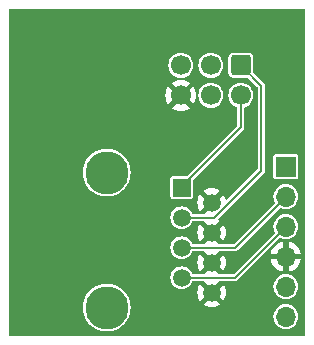
<source format=gbr>
%TF.GenerationSoftware,KiCad,Pcbnew,8.0.1*%
%TF.CreationDate,2024-05-12T19:39:20+02:00*%
%TF.ProjectId,lsx-1,6c73782d-312e-46b6-9963-61645f706362,1.0*%
%TF.SameCoordinates,Original*%
%TF.FileFunction,Copper,L1,Top*%
%TF.FilePolarity,Positive*%
%FSLAX46Y46*%
G04 Gerber Fmt 4.6, Leading zero omitted, Abs format (unit mm)*
G04 Created by KiCad (PCBNEW 8.0.1) date 2024-05-12 19:39:20*
%MOMM*%
%LPD*%
G01*
G04 APERTURE LIST*
G04 Aperture macros list*
%AMRoundRect*
0 Rectangle with rounded corners*
0 $1 Rounding radius*
0 $2 $3 $4 $5 $6 $7 $8 $9 X,Y pos of 4 corners*
0 Add a 4 corners polygon primitive as box body*
4,1,4,$2,$3,$4,$5,$6,$7,$8,$9,$2,$3,0*
0 Add four circle primitives for the rounded corners*
1,1,$1+$1,$2,$3*
1,1,$1+$1,$4,$5*
1,1,$1+$1,$6,$7*
1,1,$1+$1,$8,$9*
0 Add four rect primitives between the rounded corners*
20,1,$1+$1,$2,$3,$4,$5,0*
20,1,$1+$1,$4,$5,$6,$7,0*
20,1,$1+$1,$6,$7,$8,$9,0*
20,1,$1+$1,$8,$9,$2,$3,0*%
G04 Aperture macros list end*
%TA.AperFunction,WasherPad*%
%ADD10C,3.650000*%
%TD*%
%TA.AperFunction,ComponentPad*%
%ADD11R,1.500000X1.500000*%
%TD*%
%TA.AperFunction,ComponentPad*%
%ADD12C,1.500000*%
%TD*%
%TA.AperFunction,ComponentPad*%
%ADD13R,1.700000X1.700000*%
%TD*%
%TA.AperFunction,ComponentPad*%
%ADD14O,1.700000X1.700000*%
%TD*%
%TA.AperFunction,ComponentPad*%
%ADD15RoundRect,0.250000X-0.600000X0.600000X-0.600000X-0.600000X0.600000X-0.600000X0.600000X0.600000X0*%
%TD*%
%TA.AperFunction,ComponentPad*%
%ADD16C,1.700000*%
%TD*%
%TA.AperFunction,Conductor*%
%ADD17C,0.200000*%
%TD*%
G04 APERTURE END LIST*
D10*
%TO.P,J1,*%
%TO.N,*%
X84650000Y-62245000D03*
X84650000Y-73675000D03*
D11*
%TO.P,J1,1*%
%TO.N,+3.3V*%
X91000000Y-63515000D03*
D12*
%TO.P,J1,2*%
%TO.N,GND*%
X93540000Y-64785000D03*
%TO.P,J1,3*%
%TO.N,/UPDI*%
X91000000Y-66055000D03*
%TO.P,J1,4*%
%TO.N,GND*%
X93540000Y-67325001D03*
%TO.P,J1,5*%
%TO.N,/DIN*%
X91000000Y-68595000D03*
%TO.P,J1,6*%
%TO.N,GND*%
X93540000Y-69865000D03*
%TO.P,J1,7*%
%TO.N,/DOUT*%
X91000000Y-71135000D03*
%TO.P,J1,8*%
%TO.N,GND*%
X93540000Y-72405000D03*
%TD*%
D13*
%TO.P,J2,1,Pin_1*%
%TO.N,unconnected-(J2-Pin_1-Pad1)*%
X99825000Y-61740000D03*
D14*
%TO.P,J2,2,Pin_2*%
%TO.N,/DIN*%
X99825000Y-64280000D03*
%TO.P,J2,3,Pin_3*%
%TO.N,/DOUT*%
X99825000Y-66820000D03*
%TO.P,J2,4,Pin_4*%
%TO.N,GND*%
X99825000Y-69360000D03*
%TO.P,J2,5,Pin_5*%
%TO.N,unconnected-(J2-Pin_5-Pad5)*%
X99825000Y-71900000D03*
%TO.P,J2,6,Pin_6*%
%TO.N,unconnected-(J2-Pin_6-Pad6)*%
X99825000Y-74440000D03*
%TD*%
D15*
%TO.P,J3,1,Pin_1*%
%TO.N,/UPDI*%
X96012000Y-53162200D03*
D16*
%TO.P,J3,2,Pin_2*%
%TO.N,+3.3V*%
X96012000Y-55702200D03*
%TO.P,J3,3,Pin_3*%
%TO.N,unconnected-(J3-Pin_3-Pad3)*%
X93472000Y-53162200D03*
%TO.P,J3,4,Pin_4*%
%TO.N,unconnected-(J3-Pin_4-Pad4)*%
X93472000Y-55702200D03*
%TO.P,J3,5,Pin_5*%
%TO.N,unconnected-(J3-Pin_5-Pad5)*%
X90932000Y-53162200D03*
%TO.P,J3,6,Pin_6*%
%TO.N,GND*%
X90932000Y-55702200D03*
%TD*%
D17*
%TO.N,+3.3V*%
X96012000Y-58394600D02*
X96012000Y-55702200D01*
X91000000Y-63406600D02*
X96012000Y-58394600D01*
X91000000Y-63515000D02*
X91000000Y-63406600D01*
%TO.N,/UPDI*%
X91000000Y-66055000D02*
X93754925Y-66055000D01*
X97739200Y-62070725D02*
X97739200Y-54889400D01*
X93754925Y-66055000D02*
X97739200Y-62070725D01*
X97739200Y-54889400D02*
X96012000Y-53162200D01*
%TO.N,/DIN*%
X95510000Y-68595000D02*
X99825000Y-64280000D01*
X91000000Y-68595000D02*
X95510000Y-68595000D01*
%TO.N,/DOUT*%
X91000000Y-71135000D02*
X95510000Y-71135000D01*
X95510000Y-71135000D02*
X99825000Y-66820000D01*
%TD*%
%TA.AperFunction,Conductor*%
%TO.N,GND*%
G36*
X101420238Y-48430493D02*
G01*
X101445958Y-48475042D01*
X101447100Y-48488100D01*
X101447100Y-75971900D01*
X101429507Y-76020238D01*
X101384958Y-76045958D01*
X101371900Y-76047100D01*
X76428100Y-76047100D01*
X76379762Y-76029507D01*
X76354042Y-75984958D01*
X76352900Y-75971900D01*
X76352900Y-73675000D01*
X82619767Y-73675000D01*
X82638677Y-73951450D01*
X82638677Y-73951454D01*
X82638678Y-73951456D01*
X82638678Y-73951458D01*
X82695052Y-74222743D01*
X82695056Y-74222755D01*
X82787846Y-74483847D01*
X82915331Y-74729878D01*
X83075122Y-74956253D01*
X83075125Y-74956256D01*
X83264258Y-75158767D01*
X83264262Y-75158770D01*
X83479202Y-75333637D01*
X83479209Y-75333642D01*
X83715958Y-75477612D01*
X83715965Y-75477616D01*
X83970106Y-75588005D01*
X83970109Y-75588006D01*
X83970116Y-75588009D01*
X84236937Y-75662769D01*
X84511452Y-75700500D01*
X84511458Y-75700500D01*
X84788542Y-75700500D01*
X84788548Y-75700500D01*
X85063063Y-75662769D01*
X85329884Y-75588009D01*
X85584039Y-75477614D01*
X85820795Y-75333639D01*
X86035742Y-75158767D01*
X86224875Y-74956256D01*
X86384670Y-74729876D01*
X86512153Y-74483847D01*
X86527736Y-74440000D01*
X98769417Y-74440000D01*
X98789699Y-74645932D01*
X98849765Y-74843947D01*
X98849770Y-74843959D01*
X98909795Y-74956256D01*
X98947315Y-75026450D01*
X99078590Y-75186410D01*
X99238550Y-75317685D01*
X99421046Y-75415232D01*
X99421050Y-75415233D01*
X99421052Y-75415234D01*
X99494778Y-75437598D01*
X99619066Y-75475300D01*
X99825000Y-75495583D01*
X100030934Y-75475300D01*
X100228954Y-75415232D01*
X100411450Y-75317685D01*
X100571410Y-75186410D01*
X100702685Y-75026450D01*
X100800232Y-74843954D01*
X100860300Y-74645934D01*
X100880583Y-74440000D01*
X100860300Y-74234066D01*
X100800232Y-74036046D01*
X100702685Y-73853550D01*
X100571410Y-73693590D01*
X100411450Y-73562315D01*
X100411445Y-73562312D01*
X100228959Y-73464770D01*
X100228947Y-73464765D01*
X100030932Y-73404699D01*
X99825000Y-73384417D01*
X99619067Y-73404699D01*
X99421052Y-73464765D01*
X99421040Y-73464770D01*
X99238554Y-73562312D01*
X99238549Y-73562315D01*
X99078590Y-73693590D01*
X98947315Y-73853549D01*
X98947312Y-73853554D01*
X98849770Y-74036040D01*
X98849765Y-74036052D01*
X98789699Y-74234067D01*
X98769417Y-74440000D01*
X86527736Y-74440000D01*
X86604946Y-74222750D01*
X86661323Y-73951450D01*
X86680233Y-73675000D01*
X86661323Y-73398550D01*
X86604946Y-73127250D01*
X86536728Y-72935300D01*
X86512153Y-72866152D01*
X86384668Y-72620121D01*
X86224877Y-72393746D01*
X86035748Y-72191239D01*
X86035745Y-72191236D01*
X86035742Y-72191233D01*
X85958871Y-72128694D01*
X85820797Y-72016362D01*
X85820790Y-72016357D01*
X85584041Y-71872387D01*
X85584034Y-71872383D01*
X85329893Y-71761994D01*
X85329884Y-71761991D01*
X85063063Y-71687231D01*
X84788548Y-71649500D01*
X84511452Y-71649500D01*
X84276153Y-71681840D01*
X84236936Y-71687231D01*
X83970115Y-71761991D01*
X83970106Y-71761994D01*
X83715965Y-71872383D01*
X83715958Y-71872387D01*
X83479209Y-72016357D01*
X83479202Y-72016362D01*
X83264262Y-72191229D01*
X83264251Y-72191239D01*
X83075122Y-72393746D01*
X82915331Y-72620121D01*
X82787846Y-72866152D01*
X82695056Y-73127244D01*
X82695052Y-73127256D01*
X82638678Y-73398541D01*
X82638678Y-73398543D01*
X82638677Y-73398550D01*
X82619767Y-73675000D01*
X76352900Y-73675000D01*
X76352900Y-71135000D01*
X90044901Y-71135000D01*
X90063252Y-71321327D01*
X90117604Y-71500502D01*
X90205865Y-71665627D01*
X90324642Y-71810357D01*
X90469372Y-71929134D01*
X90469373Y-71929134D01*
X90469375Y-71929136D01*
X90575138Y-71985667D01*
X90632564Y-72016362D01*
X90634499Y-72017396D01*
X90813669Y-72071747D01*
X91000000Y-72090099D01*
X91186331Y-72071747D01*
X91365501Y-72017396D01*
X91530625Y-71929136D01*
X91675357Y-71810357D01*
X91794136Y-71665625D01*
X91882396Y-71500501D01*
X91885925Y-71488869D01*
X91916793Y-71447720D01*
X91957886Y-71435500D01*
X92862642Y-71435500D01*
X92910980Y-71453093D01*
X92915816Y-71457526D01*
X93427546Y-71969257D01*
X93366306Y-71985667D01*
X93263694Y-72044910D01*
X93179910Y-72128694D01*
X93120667Y-72231306D01*
X93104257Y-72292546D01*
X92540070Y-71728359D01*
X92490537Y-71799101D01*
X92401271Y-71990532D01*
X92401270Y-71990536D01*
X92346598Y-72194575D01*
X92328189Y-72405000D01*
X92346598Y-72615424D01*
X92401270Y-72819463D01*
X92401271Y-72819467D01*
X92490538Y-73010902D01*
X92490541Y-73010906D01*
X92540068Y-73081639D01*
X92540070Y-73081639D01*
X93104257Y-72517452D01*
X93120667Y-72578694D01*
X93179910Y-72681306D01*
X93263694Y-72765090D01*
X93366306Y-72824333D01*
X93427545Y-72840742D01*
X92863358Y-73404929D01*
X92863359Y-73404930D01*
X92934093Y-73454458D01*
X92934097Y-73454461D01*
X93125532Y-73543728D01*
X93125536Y-73543729D01*
X93329575Y-73598401D01*
X93540000Y-73616810D01*
X93750424Y-73598401D01*
X93954463Y-73543729D01*
X93954467Y-73543728D01*
X94145903Y-73454461D01*
X94145903Y-73454460D01*
X94216639Y-73404930D01*
X94216640Y-73404929D01*
X93652454Y-72840742D01*
X93713694Y-72824333D01*
X93816306Y-72765090D01*
X93900090Y-72681306D01*
X93959333Y-72578694D01*
X93975742Y-72517453D01*
X94539929Y-73081640D01*
X94539930Y-73081639D01*
X94589460Y-73010903D01*
X94589461Y-73010903D01*
X94678728Y-72819467D01*
X94678729Y-72819463D01*
X94733401Y-72615424D01*
X94751810Y-72405000D01*
X94733401Y-72194575D01*
X94678729Y-71990536D01*
X94678728Y-71990532D01*
X94636512Y-71900000D01*
X98769417Y-71900000D01*
X98789699Y-72105932D01*
X98849765Y-72303947D01*
X98849770Y-72303959D01*
X98947312Y-72486445D01*
X98947315Y-72486450D01*
X99078590Y-72646410D01*
X99238550Y-72777685D01*
X99238554Y-72777687D01*
X99404060Y-72866153D01*
X99421046Y-72875232D01*
X99421050Y-72875233D01*
X99421052Y-72875234D01*
X99494778Y-72897598D01*
X99619066Y-72935300D01*
X99825000Y-72955583D01*
X100030934Y-72935300D01*
X100228954Y-72875232D01*
X100411450Y-72777685D01*
X100571410Y-72646410D01*
X100702685Y-72486450D01*
X100800232Y-72303954D01*
X100860300Y-72105934D01*
X100880583Y-71900000D01*
X100860300Y-71694066D01*
X100801584Y-71500502D01*
X100800234Y-71496052D01*
X100800229Y-71496040D01*
X100702687Y-71313554D01*
X100702684Y-71313549D01*
X100571410Y-71153590D01*
X100411450Y-71022315D01*
X100411445Y-71022312D01*
X100228959Y-70924770D01*
X100228947Y-70924765D01*
X100030932Y-70864699D01*
X99825000Y-70844417D01*
X99619067Y-70864699D01*
X99421052Y-70924765D01*
X99421040Y-70924770D01*
X99238554Y-71022312D01*
X99238549Y-71022315D01*
X99078590Y-71153590D01*
X98947315Y-71313549D01*
X98947312Y-71313554D01*
X98849770Y-71496040D01*
X98849765Y-71496052D01*
X98789699Y-71694067D01*
X98769417Y-71900000D01*
X94636512Y-71900000D01*
X94589460Y-71799097D01*
X94539929Y-71728360D01*
X94539928Y-71728359D01*
X93975742Y-72292545D01*
X93959333Y-72231306D01*
X93900090Y-72128694D01*
X93816306Y-72044910D01*
X93713694Y-71985667D01*
X93652453Y-71969257D01*
X94164184Y-71457526D01*
X94210804Y-71435786D01*
X94217358Y-71435500D01*
X95549560Y-71435500D01*
X95549562Y-71435500D01*
X95625989Y-71415021D01*
X95694511Y-71375460D01*
X95750460Y-71319511D01*
X97481370Y-69588600D01*
X98532940Y-69588600D01*
X98591941Y-69808795D01*
X98591943Y-69808799D01*
X98688604Y-70016091D01*
X98819797Y-70203455D01*
X98819808Y-70203468D01*
X98981531Y-70365191D01*
X98981544Y-70365202D01*
X99168908Y-70496395D01*
X99376200Y-70593056D01*
X99376204Y-70593057D01*
X99596400Y-70652058D01*
X99596400Y-69805367D01*
X99632007Y-69825925D01*
X99759174Y-69860000D01*
X99890826Y-69860000D01*
X100017993Y-69825925D01*
X100053600Y-69805367D01*
X100053600Y-70652058D01*
X100273795Y-70593057D01*
X100273799Y-70593056D01*
X100481091Y-70496395D01*
X100668455Y-70365202D01*
X100668468Y-70365191D01*
X100830191Y-70203468D01*
X100830202Y-70203455D01*
X100961395Y-70016091D01*
X101058056Y-69808799D01*
X101058058Y-69808795D01*
X101117060Y-69588600D01*
X100270367Y-69588600D01*
X100290925Y-69552993D01*
X100325000Y-69425826D01*
X100325000Y-69294174D01*
X100290925Y-69167007D01*
X100270367Y-69131400D01*
X101117060Y-69131400D01*
X101058058Y-68911204D01*
X101058056Y-68911200D01*
X100961395Y-68703909D01*
X100830195Y-68516535D01*
X100668468Y-68354808D01*
X100668455Y-68354797D01*
X100481091Y-68223604D01*
X100273799Y-68126943D01*
X100273795Y-68126941D01*
X100053600Y-68067940D01*
X100053600Y-68914632D01*
X100017993Y-68894075D01*
X99890826Y-68860000D01*
X99759174Y-68860000D01*
X99632007Y-68894075D01*
X99596400Y-68914632D01*
X99596400Y-68067940D01*
X99376204Y-68126941D01*
X99376200Y-68126943D01*
X99168909Y-68223604D01*
X98981535Y-68354804D01*
X98819804Y-68516535D01*
X98688604Y-68703909D01*
X98591943Y-68911200D01*
X98591941Y-68911204D01*
X98532940Y-69131400D01*
X99379633Y-69131400D01*
X99359075Y-69167007D01*
X99325000Y-69294174D01*
X99325000Y-69425826D01*
X99359075Y-69552993D01*
X99379633Y-69588600D01*
X98532940Y-69588600D01*
X97481370Y-69588600D01*
X99286265Y-67783704D01*
X99332884Y-67761965D01*
X99374884Y-67770558D01*
X99421046Y-67795232D01*
X99421050Y-67795233D01*
X99421052Y-67795234D01*
X99494778Y-67817598D01*
X99619066Y-67855300D01*
X99825000Y-67875583D01*
X100030934Y-67855300D01*
X100228954Y-67795232D01*
X100411450Y-67697685D01*
X100571410Y-67566410D01*
X100702685Y-67406450D01*
X100800232Y-67223954D01*
X100860300Y-67025934D01*
X100880583Y-66820000D01*
X100860300Y-66614066D01*
X100801584Y-66420502D01*
X100800234Y-66416052D01*
X100800229Y-66416040D01*
X100702687Y-66233554D01*
X100702684Y-66233549D01*
X100695856Y-66225229D01*
X100571410Y-66073590D01*
X100411450Y-65942315D01*
X100411445Y-65942312D01*
X100228959Y-65844770D01*
X100228947Y-65844765D01*
X100030932Y-65784699D01*
X99825000Y-65764417D01*
X99619067Y-65784699D01*
X99421052Y-65844765D01*
X99421040Y-65844770D01*
X99238554Y-65942312D01*
X99238549Y-65942315D01*
X99078590Y-66073590D01*
X98947315Y-66233549D01*
X98947312Y-66233554D01*
X98849770Y-66416040D01*
X98849765Y-66416052D01*
X98789699Y-66614067D01*
X98769417Y-66820000D01*
X98789699Y-67025932D01*
X98849767Y-67223953D01*
X98874439Y-67270113D01*
X98881708Y-67321037D01*
X98861292Y-67358735D01*
X95407555Y-70812474D01*
X95360935Y-70834214D01*
X95354381Y-70834500D01*
X94217358Y-70834500D01*
X94169020Y-70816907D01*
X94164183Y-70812474D01*
X93652453Y-70300742D01*
X93713694Y-70284333D01*
X93816306Y-70225090D01*
X93900090Y-70141306D01*
X93959333Y-70038694D01*
X93975742Y-69977453D01*
X94539929Y-70541640D01*
X94539930Y-70541639D01*
X94589460Y-70470903D01*
X94589461Y-70470903D01*
X94678728Y-70279467D01*
X94678729Y-70279463D01*
X94733401Y-70075424D01*
X94751810Y-69865000D01*
X94733401Y-69654575D01*
X94678729Y-69450536D01*
X94678728Y-69450532D01*
X94589460Y-69259097D01*
X94539929Y-69188360D01*
X94539928Y-69188359D01*
X93975742Y-69752545D01*
X93959333Y-69691306D01*
X93900090Y-69588694D01*
X93816306Y-69504910D01*
X93713694Y-69445667D01*
X93652453Y-69429257D01*
X94164184Y-68917526D01*
X94210804Y-68895786D01*
X94217358Y-68895500D01*
X95549560Y-68895500D01*
X95549562Y-68895500D01*
X95625989Y-68875021D01*
X95694511Y-68835460D01*
X95750460Y-68779511D01*
X99286265Y-65243704D01*
X99332884Y-65221965D01*
X99374884Y-65230558D01*
X99421046Y-65255232D01*
X99421050Y-65255233D01*
X99421052Y-65255234D01*
X99494778Y-65277598D01*
X99619066Y-65315300D01*
X99825000Y-65335583D01*
X100030934Y-65315300D01*
X100228954Y-65255232D01*
X100411450Y-65157685D01*
X100571410Y-65026410D01*
X100702685Y-64866450D01*
X100800232Y-64683954D01*
X100860300Y-64485934D01*
X100880583Y-64280000D01*
X100860300Y-64074066D01*
X100800232Y-63876046D01*
X100702685Y-63693550D01*
X100571410Y-63533590D01*
X100411450Y-63402315D01*
X100411445Y-63402312D01*
X100228959Y-63304770D01*
X100228947Y-63304765D01*
X100030932Y-63244699D01*
X99825000Y-63224417D01*
X99619067Y-63244699D01*
X99421052Y-63304765D01*
X99421040Y-63304770D01*
X99238554Y-63402312D01*
X99238549Y-63402315D01*
X99078590Y-63533590D01*
X98947315Y-63693549D01*
X98947312Y-63693554D01*
X98849770Y-63876040D01*
X98849765Y-63876052D01*
X98789699Y-64074067D01*
X98769417Y-64280000D01*
X98789699Y-64485932D01*
X98849767Y-64683953D01*
X98874439Y-64730113D01*
X98881708Y-64781037D01*
X98861292Y-64818735D01*
X95407555Y-68272474D01*
X95360935Y-68294214D01*
X95354381Y-68294500D01*
X94217357Y-68294500D01*
X94169019Y-68276907D01*
X94164182Y-68272474D01*
X93652453Y-67760743D01*
X93713694Y-67744334D01*
X93816306Y-67685091D01*
X93900090Y-67601307D01*
X93959333Y-67498695D01*
X93975742Y-67437454D01*
X94539929Y-68001641D01*
X94539930Y-68001640D01*
X94589460Y-67930904D01*
X94589461Y-67930904D01*
X94678728Y-67739468D01*
X94678729Y-67739464D01*
X94733401Y-67535425D01*
X94751810Y-67325001D01*
X94733401Y-67114576D01*
X94678729Y-66910537D01*
X94678728Y-66910533D01*
X94589460Y-66719098D01*
X94539929Y-66648361D01*
X94539928Y-66648360D01*
X93975742Y-67212546D01*
X93959333Y-67151307D01*
X93900090Y-67048695D01*
X93816306Y-66964911D01*
X93713694Y-66905668D01*
X93652453Y-66889258D01*
X94216639Y-66325071D01*
X94216639Y-66325069D01*
X94145906Y-66275542D01*
X94145902Y-66275539D01*
X94116013Y-66261602D01*
X94079640Y-66225229D01*
X94075156Y-66173985D01*
X94094617Y-66140278D01*
X97625148Y-62609748D01*
X98774500Y-62609748D01*
X98786132Y-62668229D01*
X98786133Y-62668231D01*
X98830448Y-62734552D01*
X98896769Y-62778867D01*
X98926010Y-62784683D01*
X98955251Y-62790500D01*
X98955252Y-62790500D01*
X100694749Y-62790500D01*
X100714242Y-62786622D01*
X100753231Y-62778867D01*
X100819552Y-62734552D01*
X100863867Y-62668231D01*
X100875500Y-62609748D01*
X100875500Y-60870252D01*
X100863867Y-60811769D01*
X100819552Y-60745448D01*
X100753231Y-60701133D01*
X100753229Y-60701132D01*
X100694749Y-60689500D01*
X100694748Y-60689500D01*
X98955252Y-60689500D01*
X98955251Y-60689500D01*
X98896770Y-60701132D01*
X98896768Y-60701133D01*
X98830448Y-60745448D01*
X98786133Y-60811768D01*
X98786132Y-60811770D01*
X98774500Y-60870251D01*
X98774500Y-62609748D01*
X97625148Y-62609748D01*
X97979660Y-62255236D01*
X98019222Y-62186713D01*
X98039700Y-62110287D01*
X98039700Y-62031163D01*
X98039700Y-54849838D01*
X98032915Y-54824515D01*
X98019222Y-54773412D01*
X97992409Y-54726970D01*
X97979660Y-54704888D01*
X97084526Y-53809754D01*
X97062786Y-53763134D01*
X97062500Y-53756580D01*
X97062500Y-52507926D01*
X97060869Y-52490543D01*
X97059646Y-52477501D01*
X97014793Y-52349318D01*
X96934150Y-52240050D01*
X96824882Y-52159407D01*
X96824879Y-52159405D01*
X96727470Y-52125321D01*
X96696699Y-52114554D01*
X96696694Y-52114553D01*
X96696692Y-52114553D01*
X96666273Y-52111700D01*
X96666266Y-52111700D01*
X95357734Y-52111700D01*
X95357727Y-52111700D01*
X95327307Y-52114553D01*
X95327303Y-52114553D01*
X95327301Y-52114554D01*
X95327298Y-52114554D01*
X95327298Y-52114555D01*
X95199120Y-52159405D01*
X95199117Y-52159407D01*
X95089850Y-52240050D01*
X95009207Y-52349317D01*
X95009205Y-52349320D01*
X94964355Y-52477498D01*
X94964353Y-52477507D01*
X94961500Y-52507926D01*
X94961500Y-53816473D01*
X94964353Y-53846892D01*
X94964354Y-53846899D01*
X94964355Y-53846901D01*
X95009205Y-53975079D01*
X95009207Y-53975082D01*
X95089850Y-54084350D01*
X95161777Y-54137434D01*
X95199117Y-54164992D01*
X95199120Y-54164994D01*
X95229889Y-54175760D01*
X95327301Y-54209846D01*
X95341347Y-54211163D01*
X95357727Y-54212700D01*
X95357734Y-54212700D01*
X96606381Y-54212700D01*
X96654719Y-54230293D01*
X96659555Y-54234726D01*
X97416674Y-54991845D01*
X97438414Y-55038465D01*
X97438700Y-55045019D01*
X97438700Y-61915105D01*
X97421107Y-61963443D01*
X97416674Y-61968279D01*
X94841769Y-64543183D01*
X94795149Y-64564923D01*
X94745462Y-64551609D01*
X94715957Y-64509472D01*
X94678729Y-64370536D01*
X94678728Y-64370532D01*
X94589460Y-64179097D01*
X94539929Y-64108360D01*
X94539928Y-64108359D01*
X93975742Y-64672545D01*
X93959333Y-64611306D01*
X93900090Y-64508694D01*
X93816306Y-64424910D01*
X93713694Y-64365667D01*
X93652453Y-64349257D01*
X94216639Y-63785070D01*
X94216639Y-63785068D01*
X94145906Y-63735541D01*
X94145902Y-63735538D01*
X93954467Y-63646271D01*
X93954463Y-63646270D01*
X93750424Y-63591598D01*
X93540000Y-63573189D01*
X93329575Y-63591598D01*
X93125536Y-63646270D01*
X93125532Y-63646271D01*
X92934101Y-63735537D01*
X92863359Y-63785070D01*
X93427546Y-64349257D01*
X93366306Y-64365667D01*
X93263694Y-64424910D01*
X93179910Y-64508694D01*
X93120667Y-64611306D01*
X93104257Y-64672546D01*
X92540070Y-64108359D01*
X92490537Y-64179101D01*
X92401271Y-64370532D01*
X92401270Y-64370536D01*
X92346598Y-64574575D01*
X92328189Y-64785000D01*
X92346598Y-64995424D01*
X92401270Y-65199463D01*
X92401271Y-65199467D01*
X92490538Y-65390902D01*
X92490541Y-65390906D01*
X92540068Y-65461639D01*
X92540070Y-65461639D01*
X93104257Y-64897452D01*
X93120667Y-64958694D01*
X93179910Y-65061306D01*
X93263694Y-65145090D01*
X93366306Y-65204333D01*
X93427546Y-65220742D01*
X92915816Y-65732474D01*
X92869196Y-65754214D01*
X92862642Y-65754500D01*
X91957886Y-65754500D01*
X91909548Y-65736907D01*
X91885925Y-65701131D01*
X91884436Y-65696227D01*
X91882396Y-65689499D01*
X91794136Y-65524375D01*
X91742650Y-65461639D01*
X91675357Y-65379642D01*
X91530627Y-65260865D01*
X91365502Y-65172604D01*
X91316317Y-65157684D01*
X91186331Y-65118253D01*
X91186326Y-65118252D01*
X91186329Y-65118252D01*
X91000000Y-65099901D01*
X90813672Y-65118252D01*
X90634497Y-65172604D01*
X90469372Y-65260865D01*
X90324642Y-65379642D01*
X90205865Y-65524372D01*
X90117604Y-65689497D01*
X90063252Y-65868672D01*
X90044901Y-66055000D01*
X90063252Y-66241327D01*
X90117604Y-66420502D01*
X90205865Y-66585627D01*
X90324642Y-66730357D01*
X90469372Y-66849134D01*
X90469373Y-66849134D01*
X90469375Y-66849136D01*
X90634499Y-66937396D01*
X90813669Y-66991747D01*
X91000000Y-67010099D01*
X91186331Y-66991747D01*
X91365501Y-66937396D01*
X91530625Y-66849136D01*
X91675357Y-66730357D01*
X91794136Y-66585625D01*
X91882396Y-66420501D01*
X91885925Y-66408869D01*
X91916793Y-66367720D01*
X91957886Y-66355500D01*
X92862641Y-66355500D01*
X92910979Y-66373093D01*
X92915815Y-66377526D01*
X93427546Y-66889258D01*
X93366306Y-66905668D01*
X93263694Y-66964911D01*
X93179910Y-67048695D01*
X93120667Y-67151307D01*
X93104257Y-67212547D01*
X92540070Y-66648360D01*
X92490537Y-66719102D01*
X92401271Y-66910533D01*
X92401270Y-66910537D01*
X92346598Y-67114576D01*
X92328189Y-67325001D01*
X92346598Y-67535425D01*
X92401270Y-67739464D01*
X92401271Y-67739468D01*
X92490538Y-67930903D01*
X92490541Y-67930907D01*
X92540068Y-68001640D01*
X92540070Y-68001640D01*
X93104257Y-67437453D01*
X93120667Y-67498695D01*
X93179910Y-67601307D01*
X93263694Y-67685091D01*
X93366306Y-67744334D01*
X93427546Y-67760743D01*
X92915818Y-68272474D01*
X92869197Y-68294214D01*
X92862643Y-68294500D01*
X91957886Y-68294500D01*
X91909548Y-68276907D01*
X91885925Y-68241131D01*
X91884436Y-68236227D01*
X91882396Y-68229499D01*
X91794136Y-68064375D01*
X91794134Y-68064372D01*
X91675357Y-67919642D01*
X91530627Y-67800865D01*
X91365502Y-67712604D01*
X91274803Y-67685091D01*
X91186331Y-67658253D01*
X91186326Y-67658252D01*
X91186329Y-67658252D01*
X91000000Y-67639901D01*
X90813672Y-67658252D01*
X90634497Y-67712604D01*
X90469372Y-67800865D01*
X90324642Y-67919642D01*
X90205865Y-68064372D01*
X90117604Y-68229497D01*
X90063252Y-68408672D01*
X90044901Y-68595000D01*
X90063252Y-68781327D01*
X90117604Y-68960502D01*
X90205865Y-69125627D01*
X90324642Y-69270357D01*
X90469372Y-69389134D01*
X90469373Y-69389134D01*
X90469375Y-69389136D01*
X90634499Y-69477396D01*
X90813669Y-69531747D01*
X91000000Y-69550099D01*
X91186331Y-69531747D01*
X91365501Y-69477396D01*
X91530625Y-69389136D01*
X91675357Y-69270357D01*
X91794136Y-69125625D01*
X91882396Y-68960501D01*
X91885925Y-68948869D01*
X91916793Y-68907720D01*
X91957886Y-68895500D01*
X92862642Y-68895500D01*
X92910980Y-68913093D01*
X92915816Y-68917526D01*
X93427546Y-69429257D01*
X93366306Y-69445667D01*
X93263694Y-69504910D01*
X93179910Y-69588694D01*
X93120667Y-69691306D01*
X93104257Y-69752546D01*
X92540070Y-69188359D01*
X92490537Y-69259101D01*
X92401271Y-69450532D01*
X92401270Y-69450536D01*
X92346598Y-69654575D01*
X92328189Y-69865000D01*
X92346598Y-70075424D01*
X92401270Y-70279463D01*
X92401271Y-70279467D01*
X92490538Y-70470902D01*
X92490541Y-70470906D01*
X92540068Y-70541639D01*
X92540070Y-70541639D01*
X93104257Y-69977452D01*
X93120667Y-70038694D01*
X93179910Y-70141306D01*
X93263694Y-70225090D01*
X93366306Y-70284333D01*
X93427546Y-70300742D01*
X92915817Y-70812474D01*
X92869196Y-70834214D01*
X92862642Y-70834500D01*
X91957886Y-70834500D01*
X91909548Y-70816907D01*
X91885925Y-70781131D01*
X91884436Y-70776227D01*
X91882396Y-70769499D01*
X91794136Y-70604375D01*
X91784847Y-70593056D01*
X91675357Y-70459642D01*
X91530627Y-70340865D01*
X91365502Y-70252604D01*
X91317121Y-70237928D01*
X91186331Y-70198253D01*
X91186326Y-70198252D01*
X91186329Y-70198252D01*
X91000000Y-70179901D01*
X90813672Y-70198252D01*
X90634497Y-70252604D01*
X90469372Y-70340865D01*
X90324642Y-70459642D01*
X90205865Y-70604372D01*
X90117604Y-70769497D01*
X90063252Y-70948672D01*
X90044901Y-71135000D01*
X76352900Y-71135000D01*
X76352900Y-64284748D01*
X90049500Y-64284748D01*
X90061132Y-64343229D01*
X90061133Y-64343231D01*
X90105448Y-64409552D01*
X90171769Y-64453867D01*
X90201010Y-64459683D01*
X90230251Y-64465500D01*
X90230252Y-64465500D01*
X91769749Y-64465500D01*
X91789242Y-64461622D01*
X91828231Y-64453867D01*
X91894552Y-64409552D01*
X91938867Y-64343231D01*
X91950500Y-64284748D01*
X91950500Y-62912219D01*
X91968093Y-62863881D01*
X91972526Y-62859045D01*
X96252456Y-58579115D01*
X96252460Y-58579111D01*
X96292021Y-58510589D01*
X96312500Y-58434162D01*
X96312500Y-56764586D01*
X96330093Y-56716248D01*
X96365872Y-56692624D01*
X96415945Y-56677435D01*
X96415947Y-56677434D01*
X96415954Y-56677432D01*
X96598450Y-56579885D01*
X96758410Y-56448610D01*
X96889685Y-56288650D01*
X96987232Y-56106154D01*
X97047300Y-55908134D01*
X97067583Y-55702200D01*
X97047300Y-55496266D01*
X97009598Y-55371978D01*
X96987234Y-55298252D01*
X96987229Y-55298240D01*
X96889687Y-55115754D01*
X96889684Y-55115749D01*
X96758410Y-54955790D01*
X96598450Y-54824515D01*
X96598445Y-54824512D01*
X96415959Y-54726970D01*
X96415947Y-54726965D01*
X96217932Y-54666899D01*
X96012000Y-54646617D01*
X95806067Y-54666899D01*
X95608052Y-54726965D01*
X95608040Y-54726970D01*
X95425554Y-54824512D01*
X95425549Y-54824515D01*
X95265590Y-54955790D01*
X95134315Y-55115749D01*
X95134312Y-55115754D01*
X95036770Y-55298240D01*
X95036765Y-55298252D01*
X94976699Y-55496267D01*
X94956417Y-55702200D01*
X94976699Y-55908132D01*
X95036765Y-56106147D01*
X95036770Y-56106159D01*
X95060736Y-56150995D01*
X95134315Y-56288650D01*
X95265590Y-56448610D01*
X95425550Y-56579885D01*
X95608046Y-56677432D01*
X95608049Y-56677433D01*
X95608054Y-56677435D01*
X95658128Y-56692624D01*
X95699278Y-56723490D01*
X95711500Y-56764586D01*
X95711500Y-58238981D01*
X95693907Y-58287319D01*
X95689474Y-58292155D01*
X91439155Y-62542474D01*
X91392535Y-62564214D01*
X91385981Y-62564500D01*
X90230251Y-62564500D01*
X90171770Y-62576132D01*
X90171768Y-62576133D01*
X90105448Y-62620448D01*
X90061133Y-62686768D01*
X90061132Y-62686770D01*
X90049500Y-62745251D01*
X90049500Y-64284748D01*
X76352900Y-64284748D01*
X76352900Y-62245000D01*
X82619767Y-62245000D01*
X82638677Y-62521450D01*
X82638677Y-62521454D01*
X82638678Y-62521456D01*
X82638678Y-62521458D01*
X82695052Y-62792743D01*
X82695056Y-62792755D01*
X82787846Y-63053847D01*
X82915331Y-63299878D01*
X83075122Y-63526253D01*
X83231366Y-63693549D01*
X83264258Y-63728767D01*
X83333461Y-63785068D01*
X83479202Y-63903637D01*
X83479209Y-63903642D01*
X83715958Y-64047612D01*
X83715965Y-64047616D01*
X83970106Y-64158005D01*
X83970109Y-64158006D01*
X83970116Y-64158009D01*
X84236937Y-64232769D01*
X84511452Y-64270500D01*
X84511458Y-64270500D01*
X84788542Y-64270500D01*
X84788548Y-64270500D01*
X85063063Y-64232769D01*
X85329884Y-64158009D01*
X85584039Y-64047614D01*
X85820795Y-63903639D01*
X86035742Y-63728767D01*
X86224875Y-63526256D01*
X86384670Y-63299876D01*
X86512153Y-63053847D01*
X86604946Y-62792750D01*
X86661323Y-62521450D01*
X86680233Y-62245000D01*
X86661323Y-61968550D01*
X86604946Y-61697250D01*
X86512153Y-61436153D01*
X86512153Y-61436152D01*
X86384668Y-61190121D01*
X86224877Y-60963746D01*
X86035748Y-60761239D01*
X86035745Y-60761236D01*
X86035742Y-60761233D01*
X85947570Y-60689500D01*
X85820797Y-60586362D01*
X85820790Y-60586357D01*
X85584041Y-60442387D01*
X85584034Y-60442383D01*
X85329893Y-60331994D01*
X85329884Y-60331991D01*
X85063063Y-60257231D01*
X84788548Y-60219500D01*
X84511452Y-60219500D01*
X84276153Y-60251840D01*
X84236936Y-60257231D01*
X83970115Y-60331991D01*
X83970106Y-60331994D01*
X83715965Y-60442383D01*
X83715958Y-60442387D01*
X83479209Y-60586357D01*
X83479202Y-60586362D01*
X83264262Y-60761229D01*
X83264251Y-60761239D01*
X83075122Y-60963746D01*
X82915331Y-61190121D01*
X82787846Y-61436152D01*
X82695056Y-61697244D01*
X82695052Y-61697256D01*
X82638678Y-61968541D01*
X82638678Y-61968543D01*
X82638677Y-61968550D01*
X82619767Y-62245000D01*
X76352900Y-62245000D01*
X76352900Y-55702200D01*
X89619807Y-55702200D01*
X89639741Y-55930055D01*
X89698942Y-56150995D01*
X89698943Y-56150999D01*
X89795606Y-56358294D01*
X89795610Y-56358301D01*
X89860267Y-56450641D01*
X89860269Y-56450641D01*
X90455433Y-55855477D01*
X90466075Y-55895193D01*
X90531901Y-56009207D01*
X90624993Y-56102299D01*
X90739007Y-56168125D01*
X90778721Y-56178766D01*
X90183556Y-56773930D01*
X90183557Y-56773931D01*
X90275902Y-56838591D01*
X90275906Y-56838594D01*
X90483200Y-56935256D01*
X90483204Y-56935257D01*
X90704144Y-56994458D01*
X90932000Y-57014392D01*
X91159855Y-56994458D01*
X91380795Y-56935257D01*
X91380799Y-56935256D01*
X91588094Y-56838594D01*
X91588094Y-56838593D01*
X91680441Y-56773931D01*
X91680442Y-56773930D01*
X91085278Y-56178766D01*
X91124993Y-56168125D01*
X91239007Y-56102299D01*
X91332099Y-56009207D01*
X91397925Y-55895193D01*
X91408566Y-55855478D01*
X92003730Y-56450642D01*
X92003731Y-56450641D01*
X92068393Y-56358294D01*
X92068394Y-56358294D01*
X92165056Y-56150999D01*
X92165057Y-56150995D01*
X92224258Y-55930055D01*
X92244192Y-55702200D01*
X92416417Y-55702200D01*
X92436699Y-55908132D01*
X92496765Y-56106147D01*
X92496770Y-56106159D01*
X92520736Y-56150995D01*
X92594315Y-56288650D01*
X92725590Y-56448610D01*
X92885550Y-56579885D01*
X93068046Y-56677432D01*
X93068050Y-56677433D01*
X93068052Y-56677434D01*
X93118128Y-56692624D01*
X93266066Y-56737500D01*
X93472000Y-56757783D01*
X93677934Y-56737500D01*
X93875954Y-56677432D01*
X94058450Y-56579885D01*
X94218410Y-56448610D01*
X94349685Y-56288650D01*
X94447232Y-56106154D01*
X94507300Y-55908134D01*
X94527583Y-55702200D01*
X94507300Y-55496266D01*
X94469598Y-55371978D01*
X94447234Y-55298252D01*
X94447229Y-55298240D01*
X94349687Y-55115754D01*
X94349684Y-55115749D01*
X94218410Y-54955790D01*
X94058450Y-54824515D01*
X94058445Y-54824512D01*
X93875959Y-54726970D01*
X93875947Y-54726965D01*
X93677932Y-54666899D01*
X93472000Y-54646617D01*
X93266067Y-54666899D01*
X93068052Y-54726965D01*
X93068040Y-54726970D01*
X92885554Y-54824512D01*
X92885549Y-54824515D01*
X92725590Y-54955790D01*
X92594315Y-55115749D01*
X92594312Y-55115754D01*
X92496770Y-55298240D01*
X92496765Y-55298252D01*
X92436699Y-55496267D01*
X92416417Y-55702200D01*
X92244192Y-55702200D01*
X92224258Y-55474344D01*
X92165057Y-55253404D01*
X92165056Y-55253400D01*
X92068393Y-55046106D01*
X92003730Y-54953758D01*
X92003729Y-54953757D01*
X91408566Y-55548920D01*
X91397925Y-55509207D01*
X91332099Y-55395193D01*
X91239007Y-55302101D01*
X91124993Y-55236275D01*
X91085278Y-55225633D01*
X91680441Y-54630469D01*
X91680441Y-54630467D01*
X91588101Y-54565810D01*
X91588094Y-54565806D01*
X91380799Y-54469143D01*
X91380795Y-54469142D01*
X91159855Y-54409941D01*
X90932000Y-54390007D01*
X90704144Y-54409941D01*
X90483204Y-54469142D01*
X90483200Y-54469143D01*
X90275907Y-54565805D01*
X90275903Y-54565808D01*
X90183558Y-54630468D01*
X90183557Y-54630469D01*
X90778721Y-55225633D01*
X90739007Y-55236275D01*
X90624993Y-55302101D01*
X90531901Y-55395193D01*
X90466075Y-55509207D01*
X90455433Y-55548921D01*
X89860269Y-54953757D01*
X89860268Y-54953758D01*
X89795608Y-55046103D01*
X89795605Y-55046107D01*
X89698943Y-55253400D01*
X89698942Y-55253404D01*
X89639741Y-55474344D01*
X89619807Y-55702200D01*
X76352900Y-55702200D01*
X76352900Y-53162200D01*
X89876417Y-53162200D01*
X89896699Y-53368132D01*
X89956765Y-53566147D01*
X89956770Y-53566159D01*
X90054312Y-53748645D01*
X90054315Y-53748650D01*
X90185590Y-53908610D01*
X90345550Y-54039885D01*
X90528046Y-54137432D01*
X90528050Y-54137433D01*
X90528052Y-54137434D01*
X90601778Y-54159798D01*
X90726066Y-54197500D01*
X90932000Y-54217783D01*
X91137934Y-54197500D01*
X91335954Y-54137432D01*
X91518450Y-54039885D01*
X91678410Y-53908610D01*
X91809685Y-53748650D01*
X91907232Y-53566154D01*
X91967300Y-53368134D01*
X91987583Y-53162200D01*
X92416417Y-53162200D01*
X92436699Y-53368132D01*
X92496765Y-53566147D01*
X92496770Y-53566159D01*
X92594312Y-53748645D01*
X92594315Y-53748650D01*
X92725590Y-53908610D01*
X92885550Y-54039885D01*
X93068046Y-54137432D01*
X93068050Y-54137433D01*
X93068052Y-54137434D01*
X93141778Y-54159798D01*
X93266066Y-54197500D01*
X93472000Y-54217783D01*
X93677934Y-54197500D01*
X93875954Y-54137432D01*
X94058450Y-54039885D01*
X94218410Y-53908610D01*
X94349685Y-53748650D01*
X94447232Y-53566154D01*
X94507300Y-53368134D01*
X94527583Y-53162200D01*
X94507300Y-52956266D01*
X94447232Y-52758246D01*
X94349685Y-52575750D01*
X94218410Y-52415790D01*
X94058450Y-52284515D01*
X94058445Y-52284512D01*
X93875959Y-52186970D01*
X93875947Y-52186965D01*
X93677932Y-52126899D01*
X93472000Y-52106617D01*
X93266067Y-52126899D01*
X93068052Y-52186965D01*
X93068040Y-52186970D01*
X92885554Y-52284512D01*
X92885549Y-52284515D01*
X92725590Y-52415790D01*
X92594315Y-52575749D01*
X92594312Y-52575754D01*
X92496770Y-52758240D01*
X92496765Y-52758252D01*
X92436699Y-52956267D01*
X92416417Y-53162200D01*
X91987583Y-53162200D01*
X91967300Y-52956266D01*
X91907232Y-52758246D01*
X91809685Y-52575750D01*
X91678410Y-52415790D01*
X91518450Y-52284515D01*
X91518445Y-52284512D01*
X91335959Y-52186970D01*
X91335947Y-52186965D01*
X91137932Y-52126899D01*
X90932000Y-52106617D01*
X90726067Y-52126899D01*
X90528052Y-52186965D01*
X90528040Y-52186970D01*
X90345554Y-52284512D01*
X90345549Y-52284515D01*
X90185590Y-52415790D01*
X90054315Y-52575749D01*
X90054312Y-52575754D01*
X89956770Y-52758240D01*
X89956765Y-52758252D01*
X89896699Y-52956267D01*
X89876417Y-53162200D01*
X76352900Y-53162200D01*
X76352900Y-48488100D01*
X76370493Y-48439762D01*
X76415042Y-48414042D01*
X76428100Y-48412900D01*
X101371900Y-48412900D01*
X101420238Y-48430493D01*
G37*
%TD.AperFunction*%
%TD*%
M02*

</source>
